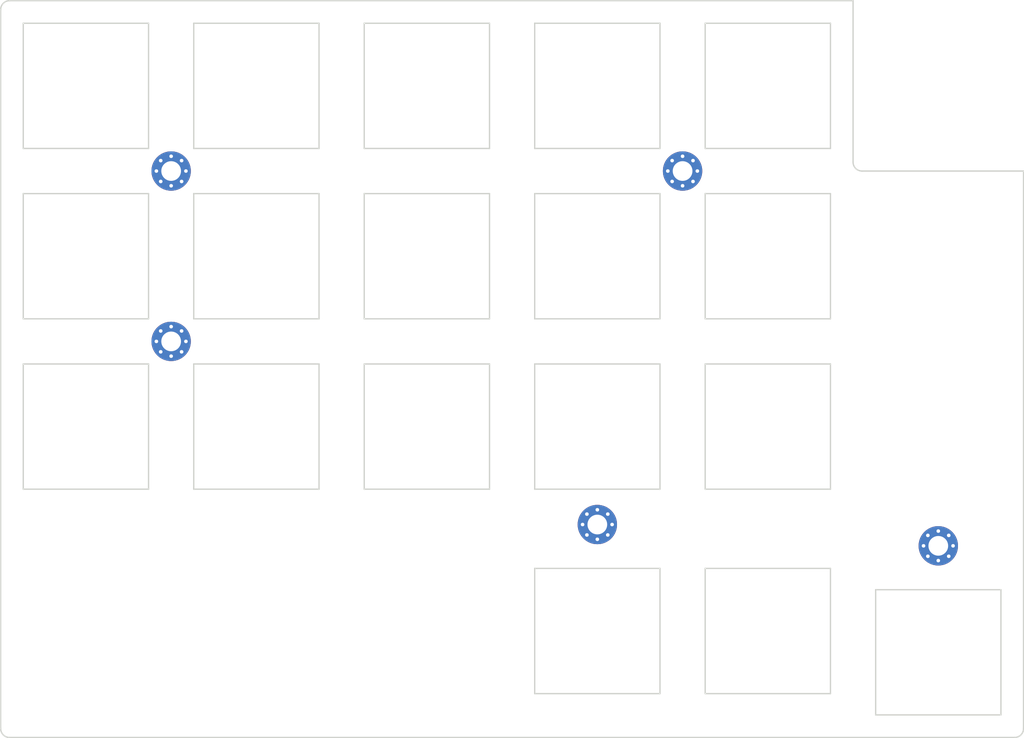
<source format=kicad_pcb>

            
(kicad_pcb (version 20171130) (host pcbnew 5.1.6)

  (page A3)
  (title_block
    (title atma-plate)
    (rev 1.0.0)
    (company sboysel)
  )

  (general
    (thickness 1.6)
  )

  (layers
    (0 F.Cu signal)
    (31 B.Cu signal)
    (32 B.Adhes user)
    (33 F.Adhes user)
    (34 B.Paste user)
    (35 F.Paste user)
    (36 B.SilkS user)
    (37 F.SilkS user)
    (38 B.Mask user)
    (39 F.Mask user)
    (40 Dwgs.User user)
    (41 Cmts.User user)
    (42 Eco1.User user)
    (43 Eco2.User user)
    (44 Edge.Cuts user)
    (45 Margin user)
    (46 B.CrtYd user)
    (47 F.CrtYd user)
    (48 B.Fab user)
    (49 F.Fab user)
  )

  (setup
    (last_trace_width 0.25)
    (trace_clearance 0.2)
    (zone_clearance 0.508)
    (zone_45_only no)
    (trace_min 0.2)
    (via_size 0.8)
    (via_drill 0.4)
    (via_min_size 0.4)
    (via_min_drill 0.3)
    (uvia_size 0.3)
    (uvia_drill 0.1)
    (uvias_allowed no)
    (uvia_min_size 0.2)
    (uvia_min_drill 0.1)
    (edge_width 0.05)
    (segment_width 0.2)
    (pcb_text_width 0.3)
    (pcb_text_size 1.5 1.5)
    (mod_edge_width 0.12)
    (mod_text_size 1 1)
    (mod_text_width 0.15)
    (pad_size 1.524 1.524)
    (pad_drill 0.762)
    (pad_to_mask_clearance 0.05)
    (aux_axis_origin 0 0)
    (visible_elements FFFFFF7F)
    (pcbplotparams
      (layerselection 0x010fc_ffffffff)
      (usegerberextensions false)
      (usegerberattributes true)
      (usegerberadvancedattributes true)
      (creategerberjobfile true)
      (excludeedgelayer true)
      (linewidth 0.100000)
      (plotframeref false)
      (viasonmask false)
      (mode 1)
      (useauxorigin false)
      (hpglpennumber 1)
      (hpglpenspeed 20)
      (hpglpendiameter 15.000000)
      (psnegative false)
      (psa4output false)
      (plotreference true)
      (plotvalue true)
      (plotinvisibletext false)
      (padsonsilk false)
      (subtractmaskfromsilk false)
      (outputformat 1)
      (mirror false)
      (drillshape 1)
      (scaleselection 1)
      (outputdirectory ""))
  )

            (net 0 "")
            
  (net_class Default "This is the default net class."
    (clearance 0.2)
    (trace_width 0.25)
    (via_dia 0.8)
    (via_drill 0.4)
    (uvia_dia 0.3)
    (uvia_drill 0.1)
    (add_net "")
  )

            
    (module "MountingHole_2.2mm_M2_Pad_Via" (version 20210722) (generator pcbnew) (layer "F.Cu")
      (tedit 56DDB9C7)
      (at 209.55 163.35375 0) 
    
      (fp_text reference "_1" (at 0 -3.2) (layer "F.SilkS") hide 
        (effects (font (size 1 1) (thickness 0.15)))
        (tstamp b68bb25c-687d-44b1-b966-dad4cac66b35)
      )
    
      (fp_circle (center 0 0) (end 2.45 0) (layer "F.CrtYd") (width 0.05) (fill none) (tstamp b2688462-c375-45d3-9095-3425fb17c88f))
      (pad "1" thru_hole circle locked (at 1.166726 1.166726) (size 0.7 0.7) (drill 0.4) (layers *.Cu *.Mask) (tstamp 2a7fc905-328f-4bbb-9222-ca8d15d03a86))
      (pad "1" thru_hole circle locked (at 0 0) (size 4.4 4.4) (drill 2.2) (layers *.Cu *.Mask) (tstamp 47ee1d53-0551-4b6d-bc24-3f3f14c73c36))
      (pad "1" thru_hole circle locked (at 0 1.65) (size 0.7 0.7) (drill 0.4) (layers *.Cu *.Mask) (tstamp 4eef65bc-4add-40d7-8319-14dcdbae0d44))
      (pad "1" thru_hole circle locked (at 1.166726 -1.166726) (size 0.7 0.7) (drill 0.4) (layers *.Cu *.Mask) (tstamp 56155f4d-2ebc-4ad4-8d82-7aa7846deba8))
      (pad "1" thru_hole circle locked (at -1.65 0) (size 0.7 0.7) (drill 0.4) (layers *.Cu *.Mask) (tstamp 787d6162-1d3c-4def-859e-6532ce27c1ef))
      (pad "1" thru_hole circle locked (at -1.166726 -1.166726) (size 0.7 0.7) (drill 0.4) (layers *.Cu *.Mask) (tstamp 8d699d12-7099-4814-bbe6-11bc74c6e8b2))
      (pad "1" thru_hole circle locked (at -1.166726 1.166726) (size 0.7 0.7) (drill 0.4) (layers *.Cu *.Mask) (tstamp 95ab0420-a56b-46ee-98ad-5072a1a93a6f))
      (pad "1" thru_hole circle locked (at 1.65 0) (size 0.7 0.7) (drill 0.4) (layers *.Cu *.Mask) (tstamp cde0acf2-b3b4-46de-9f6e-3ab519744000))
      (pad "1" thru_hole circle locked (at 0 -1.65) (size 0.7 0.7) (drill 0.4) (layers *.Cu *.Mask) (tstamp ff0de415-ae11-46fb-b780-c24aee621212))
    )

    (module "MountingHole_2.2mm_M2_Pad_Via" (version 20210722) (generator pcbnew) (layer "F.Cu")
      (tedit 56DDB9C7)
      (at 247.65 165.73499999999999 0) 
    
      (fp_text reference "_2" (at 0 -3.2) (layer "F.SilkS") hide 
        (effects (font (size 1 1) (thickness 0.15)))
        (tstamp b68bb25c-687d-44b1-b966-dad4cac66b35)
      )
    
      (fp_circle (center 0 0) (end 2.45 0) (layer "F.CrtYd") (width 0.05) (fill none) (tstamp b2688462-c375-45d3-9095-3425fb17c88f))
      (pad "1" thru_hole circle locked (at 1.166726 1.166726) (size 0.7 0.7) (drill 0.4) (layers *.Cu *.Mask) (tstamp 2a7fc905-328f-4bbb-9222-ca8d15d03a86))
      (pad "1" thru_hole circle locked (at 0 0) (size 4.4 4.4) (drill 2.2) (layers *.Cu *.Mask) (tstamp 47ee1d53-0551-4b6d-bc24-3f3f14c73c36))
      (pad "1" thru_hole circle locked (at 0 1.65) (size 0.7 0.7) (drill 0.4) (layers *.Cu *.Mask) (tstamp 4eef65bc-4add-40d7-8319-14dcdbae0d44))
      (pad "1" thru_hole circle locked (at 1.166726 -1.166726) (size 0.7 0.7) (drill 0.4) (layers *.Cu *.Mask) (tstamp 56155f4d-2ebc-4ad4-8d82-7aa7846deba8))
      (pad "1" thru_hole circle locked (at -1.65 0) (size 0.7 0.7) (drill 0.4) (layers *.Cu *.Mask) (tstamp 787d6162-1d3c-4def-859e-6532ce27c1ef))
      (pad "1" thru_hole circle locked (at -1.166726 -1.166726) (size 0.7 0.7) (drill 0.4) (layers *.Cu *.Mask) (tstamp 8d699d12-7099-4814-bbe6-11bc74c6e8b2))
      (pad "1" thru_hole circle locked (at -1.166726 1.166726) (size 0.7 0.7) (drill 0.4) (layers *.Cu *.Mask) (tstamp 95ab0420-a56b-46ee-98ad-5072a1a93a6f))
      (pad "1" thru_hole circle locked (at 1.65 0) (size 0.7 0.7) (drill 0.4) (layers *.Cu *.Mask) (tstamp cde0acf2-b3b4-46de-9f6e-3ab519744000))
      (pad "1" thru_hole circle locked (at 0 -1.65) (size 0.7 0.7) (drill 0.4) (layers *.Cu *.Mask) (tstamp ff0de415-ae11-46fb-b780-c24aee621212))
    )

    (module "MountingHole_2.2mm_M2_Pad_Via" (version 20210722) (generator pcbnew) (layer "F.Cu")
      (tedit 56DDB9C7)
      (at 161.925 123.82499999999999 0) 
    
      (fp_text reference "_3" (at 0 -3.2) (layer "F.SilkS") hide 
        (effects (font (size 1 1) (thickness 0.15)))
        (tstamp b68bb25c-687d-44b1-b966-dad4cac66b35)
      )
    
      (fp_circle (center 0 0) (end 2.45 0) (layer "F.CrtYd") (width 0.05) (fill none) (tstamp b2688462-c375-45d3-9095-3425fb17c88f))
      (pad "1" thru_hole circle locked (at 1.166726 1.166726) (size 0.7 0.7) (drill 0.4) (layers *.Cu *.Mask) (tstamp 2a7fc905-328f-4bbb-9222-ca8d15d03a86))
      (pad "1" thru_hole circle locked (at 0 0) (size 4.4 4.4) (drill 2.2) (layers *.Cu *.Mask) (tstamp 47ee1d53-0551-4b6d-bc24-3f3f14c73c36))
      (pad "1" thru_hole circle locked (at 0 1.65) (size 0.7 0.7) (drill 0.4) (layers *.Cu *.Mask) (tstamp 4eef65bc-4add-40d7-8319-14dcdbae0d44))
      (pad "1" thru_hole circle locked (at 1.166726 -1.166726) (size 0.7 0.7) (drill 0.4) (layers *.Cu *.Mask) (tstamp 56155f4d-2ebc-4ad4-8d82-7aa7846deba8))
      (pad "1" thru_hole circle locked (at -1.65 0) (size 0.7 0.7) (drill 0.4) (layers *.Cu *.Mask) (tstamp 787d6162-1d3c-4def-859e-6532ce27c1ef))
      (pad "1" thru_hole circle locked (at -1.166726 -1.166726) (size 0.7 0.7) (drill 0.4) (layers *.Cu *.Mask) (tstamp 8d699d12-7099-4814-bbe6-11bc74c6e8b2))
      (pad "1" thru_hole circle locked (at -1.166726 1.166726) (size 0.7 0.7) (drill 0.4) (layers *.Cu *.Mask) (tstamp 95ab0420-a56b-46ee-98ad-5072a1a93a6f))
      (pad "1" thru_hole circle locked (at 1.65 0) (size 0.7 0.7) (drill 0.4) (layers *.Cu *.Mask) (tstamp cde0acf2-b3b4-46de-9f6e-3ab519744000))
      (pad "1" thru_hole circle locked (at 0 -1.65) (size 0.7 0.7) (drill 0.4) (layers *.Cu *.Mask) (tstamp ff0de415-ae11-46fb-b780-c24aee621212))
    )

    (module "MountingHole_2.2mm_M2_Pad_Via" (version 20210722) (generator pcbnew) (layer "F.Cu")
      (tedit 56DDB9C7)
      (at 161.925 142.875 0) 
    
      (fp_text reference "_4" (at 0 -3.2) (layer "F.SilkS") hide 
        (effects (font (size 1 1) (thickness 0.15)))
        (tstamp b68bb25c-687d-44b1-b966-dad4cac66b35)
      )
    
      (fp_circle (center 0 0) (end 2.45 0) (layer "F.CrtYd") (width 0.05) (fill none) (tstamp b2688462-c375-45d3-9095-3425fb17c88f))
      (pad "1" thru_hole circle locked (at 1.166726 1.166726) (size 0.7 0.7) (drill 0.4) (layers *.Cu *.Mask) (tstamp 2a7fc905-328f-4bbb-9222-ca8d15d03a86))
      (pad "1" thru_hole circle locked (at 0 0) (size 4.4 4.4) (drill 2.2) (layers *.Cu *.Mask) (tstamp 47ee1d53-0551-4b6d-bc24-3f3f14c73c36))
      (pad "1" thru_hole circle locked (at 0 1.65) (size 0.7 0.7) (drill 0.4) (layers *.Cu *.Mask) (tstamp 4eef65bc-4add-40d7-8319-14dcdbae0d44))
      (pad "1" thru_hole circle locked (at 1.166726 -1.166726) (size 0.7 0.7) (drill 0.4) (layers *.Cu *.Mask) (tstamp 56155f4d-2ebc-4ad4-8d82-7aa7846deba8))
      (pad "1" thru_hole circle locked (at -1.65 0) (size 0.7 0.7) (drill 0.4) (layers *.Cu *.Mask) (tstamp 787d6162-1d3c-4def-859e-6532ce27c1ef))
      (pad "1" thru_hole circle locked (at -1.166726 -1.166726) (size 0.7 0.7) (drill 0.4) (layers *.Cu *.Mask) (tstamp 8d699d12-7099-4814-bbe6-11bc74c6e8b2))
      (pad "1" thru_hole circle locked (at -1.166726 1.166726) (size 0.7 0.7) (drill 0.4) (layers *.Cu *.Mask) (tstamp 95ab0420-a56b-46ee-98ad-5072a1a93a6f))
      (pad "1" thru_hole circle locked (at 1.65 0) (size 0.7 0.7) (drill 0.4) (layers *.Cu *.Mask) (tstamp cde0acf2-b3b4-46de-9f6e-3ab519744000))
      (pad "1" thru_hole circle locked (at 0 -1.65) (size 0.7 0.7) (drill 0.4) (layers *.Cu *.Mask) (tstamp ff0de415-ae11-46fb-b780-c24aee621212))
    )

    (module "MountingHole_2.2mm_M2_Pad_Via" (version 20210722) (generator pcbnew) (layer "F.Cu")
      (tedit 56DDB9C7)
      (at 219.07500000000002 123.82499999999999 0) 
    
      (fp_text reference "_5" (at 0 -3.2) (layer "F.SilkS") hide 
        (effects (font (size 1 1) (thickness 0.15)))
        (tstamp b68bb25c-687d-44b1-b966-dad4cac66b35)
      )
    
      (fp_circle (center 0 0) (end 2.45 0) (layer "F.CrtYd") (width 0.05) (fill none) (tstamp b2688462-c375-45d3-9095-3425fb17c88f))
      (pad "1" thru_hole circle locked (at 1.166726 1.166726) (size 0.7 0.7) (drill 0.4) (layers *.Cu *.Mask) (tstamp 2a7fc905-328f-4bbb-9222-ca8d15d03a86))
      (pad "1" thru_hole circle locked (at 0 0) (size 4.4 4.4) (drill 2.2) (layers *.Cu *.Mask) (tstamp 47ee1d53-0551-4b6d-bc24-3f3f14c73c36))
      (pad "1" thru_hole circle locked (at 0 1.65) (size 0.7 0.7) (drill 0.4) (layers *.Cu *.Mask) (tstamp 4eef65bc-4add-40d7-8319-14dcdbae0d44))
      (pad "1" thru_hole circle locked (at 1.166726 -1.166726) (size 0.7 0.7) (drill 0.4) (layers *.Cu *.Mask) (tstamp 56155f4d-2ebc-4ad4-8d82-7aa7846deba8))
      (pad "1" thru_hole circle locked (at -1.65 0) (size 0.7 0.7) (drill 0.4) (layers *.Cu *.Mask) (tstamp 787d6162-1d3c-4def-859e-6532ce27c1ef))
      (pad "1" thru_hole circle locked (at -1.166726 -1.166726) (size 0.7 0.7) (drill 0.4) (layers *.Cu *.Mask) (tstamp 8d699d12-7099-4814-bbe6-11bc74c6e8b2))
      (pad "1" thru_hole circle locked (at -1.166726 1.166726) (size 0.7 0.7) (drill 0.4) (layers *.Cu *.Mask) (tstamp 95ab0420-a56b-46ee-98ad-5072a1a93a6f))
      (pad "1" thru_hole circle locked (at 1.65 0) (size 0.7 0.7) (drill 0.4) (layers *.Cu *.Mask) (tstamp cde0acf2-b3b4-46de-9f6e-3ab519744000))
      (pad "1" thru_hole circle locked (at 0 -1.65) (size 0.7 0.7) (drill 0.4) (layers *.Cu *.Mask) (tstamp ff0de415-ae11-46fb-b780-c24aee621212))
    )
            (gr_line (start 142.875 186.16625) (end 142.875 105.77499999999999) (angle 90) (layer Edge.Cuts) (width 0.15))
(gr_line (start 143.875 104.77499999999999) (end 238.12500000000003 104.77499999999999) (angle 90) (layer Edge.Cuts) (width 0.15))
(gr_line (start 257.175 123.825) (end 257.175 186.16625) (angle 90) (layer Edge.Cuts) (width 0.15))
(gr_line (start 256.175 187.16625) (end 143.875 187.16625) (angle 90) (layer Edge.Cuts) (width 0.15))
(gr_arc (start 143.875 105.77499999999999) (end 143.875 104.77499999999999) (angle -90) (layer Edge.Cuts) (width 0.15))
(gr_arc (start 256.175 186.16625) (end 256.175 187.16625) (angle -90) (layer Edge.Cuts) (width 0.15))
(gr_arc (start 143.875 186.16625) (end 142.875 186.16625) (angle -90) (layer Edge.Cuts) (width 0.15))
(gr_line (start 145.4 159.4) (end 159.4 159.4) (angle 90) (layer Edge.Cuts) (width 0.15))
(gr_line (start 159.4 159.4) (end 159.4 145.4) (angle 90) (layer Edge.Cuts) (width 0.15))
(gr_line (start 159.4 145.4) (end 145.4 145.4) (angle 90) (layer Edge.Cuts) (width 0.15))
(gr_line (start 145.4 145.4) (end 145.4 159.4) (angle 90) (layer Edge.Cuts) (width 0.15))
(gr_line (start 145.4 140.35) (end 159.4 140.35) (angle 90) (layer Edge.Cuts) (width 0.15))
(gr_line (start 159.4 140.35) (end 159.4 126.35) (angle 90) (layer Edge.Cuts) (width 0.15))
(gr_line (start 159.4 126.35) (end 145.4 126.35) (angle 90) (layer Edge.Cuts) (width 0.15))
(gr_line (start 145.4 126.35) (end 145.4 140.35) (angle 90) (layer Edge.Cuts) (width 0.15))
(gr_line (start 145.4 121.3) (end 159.4 121.3) (angle 90) (layer Edge.Cuts) (width 0.15))
(gr_line (start 159.4 121.3) (end 159.4 107.3) (angle 90) (layer Edge.Cuts) (width 0.15))
(gr_line (start 159.4 107.3) (end 145.4 107.3) (angle 90) (layer Edge.Cuts) (width 0.15))
(gr_line (start 145.4 107.3) (end 145.4 121.3) (angle 90) (layer Edge.Cuts) (width 0.15))
(gr_line (start 164.45000000000002 159.4) (end 178.45000000000002 159.4) (angle 90) (layer Edge.Cuts) (width 0.15))
(gr_line (start 178.45000000000002 159.4) (end 178.45000000000002 145.4) (angle 90) (layer Edge.Cuts) (width 0.15))
(gr_line (start 178.45000000000002 145.4) (end 164.45000000000002 145.4) (angle 90) (layer Edge.Cuts) (width 0.15))
(gr_line (start 164.45000000000002 145.4) (end 164.45000000000002 159.4) (angle 90) (layer Edge.Cuts) (width 0.15))
(gr_line (start 164.45000000000002 140.35) (end 178.45000000000002 140.35) (angle 90) (layer Edge.Cuts) (width 0.15))
(gr_line (start 178.45000000000002 140.35) (end 178.45000000000002 126.35) (angle 90) (layer Edge.Cuts) (width 0.15))
(gr_line (start 178.45000000000002 126.35) (end 164.45000000000002 126.35) (angle 90) (layer Edge.Cuts) (width 0.15))
(gr_line (start 164.45000000000002 126.35) (end 164.45000000000002 140.35) (angle 90) (layer Edge.Cuts) (width 0.15))
(gr_line (start 164.45000000000002 121.3) (end 178.45000000000002 121.3) (angle 90) (layer Edge.Cuts) (width 0.15))
(gr_line (start 178.45000000000002 121.3) (end 178.45000000000002 107.3) (angle 90) (layer Edge.Cuts) (width 0.15))
(gr_line (start 178.45000000000002 107.3) (end 164.45000000000002 107.3) (angle 90) (layer Edge.Cuts) (width 0.15))
(gr_line (start 164.45000000000002 107.3) (end 164.45000000000002 121.3) (angle 90) (layer Edge.Cuts) (width 0.15))
(gr_line (start 183.5 159.4) (end 197.5 159.4) (angle 90) (layer Edge.Cuts) (width 0.15))
(gr_line (start 197.5 159.4) (end 197.5 145.4) (angle 90) (layer Edge.Cuts) (width 0.15))
(gr_line (start 197.5 145.4) (end 183.5 145.4) (angle 90) (layer Edge.Cuts) (width 0.15))
(gr_line (start 183.5 145.4) (end 183.5 159.4) (angle 90) (layer Edge.Cuts) (width 0.15))
(gr_line (start 183.5 140.35) (end 197.5 140.35) (angle 90) (layer Edge.Cuts) (width 0.15))
(gr_line (start 197.5 140.35) (end 197.5 126.35) (angle 90) (layer Edge.Cuts) (width 0.15))
(gr_line (start 197.5 126.35) (end 183.5 126.35) (angle 90) (layer Edge.Cuts) (width 0.15))
(gr_line (start 183.5 126.35) (end 183.5 140.35) (angle 90) (layer Edge.Cuts) (width 0.15))
(gr_line (start 183.5 121.3) (end 197.5 121.3) (angle 90) (layer Edge.Cuts) (width 0.15))
(gr_line (start 197.5 121.3) (end 197.5 107.3) (angle 90) (layer Edge.Cuts) (width 0.15))
(gr_line (start 197.5 107.3) (end 183.5 107.3) (angle 90) (layer Edge.Cuts) (width 0.15))
(gr_line (start 183.5 107.3) (end 183.5 121.3) (angle 90) (layer Edge.Cuts) (width 0.15))
(gr_line (start 202.55 159.4) (end 216.55 159.4) (angle 90) (layer Edge.Cuts) (width 0.15))
(gr_line (start 216.55 159.4) (end 216.55 145.4) (angle 90) (layer Edge.Cuts) (width 0.15))
(gr_line (start 216.55 145.4) (end 202.55 145.4) (angle 90) (layer Edge.Cuts) (width 0.15))
(gr_line (start 202.55 145.4) (end 202.55 159.4) (angle 90) (layer Edge.Cuts) (width 0.15))
(gr_line (start 202.55 140.35) (end 216.55 140.35) (angle 90) (layer Edge.Cuts) (width 0.15))
(gr_line (start 216.55 140.35) (end 216.55 126.35) (angle 90) (layer Edge.Cuts) (width 0.15))
(gr_line (start 216.55 126.35) (end 202.55 126.35) (angle 90) (layer Edge.Cuts) (width 0.15))
(gr_line (start 202.55 126.35) (end 202.55 140.35) (angle 90) (layer Edge.Cuts) (width 0.15))
(gr_line (start 202.55 121.3) (end 216.55 121.3) (angle 90) (layer Edge.Cuts) (width 0.15))
(gr_line (start 216.55 121.3) (end 216.55 107.3) (angle 90) (layer Edge.Cuts) (width 0.15))
(gr_line (start 216.55 107.3) (end 202.55 107.3) (angle 90) (layer Edge.Cuts) (width 0.15))
(gr_line (start 202.55 107.3) (end 202.55 121.3) (angle 90) (layer Edge.Cuts) (width 0.15))
(gr_line (start 221.60000000000002 159.4) (end 235.60000000000002 159.4) (angle 90) (layer Edge.Cuts) (width 0.15))
(gr_line (start 235.60000000000002 159.4) (end 235.60000000000002 145.4) (angle 90) (layer Edge.Cuts) (width 0.15))
(gr_line (start 235.60000000000002 145.4) (end 221.60000000000002 145.4) (angle 90) (layer Edge.Cuts) (width 0.15))
(gr_line (start 221.60000000000002 145.4) (end 221.60000000000002 159.4) (angle 90) (layer Edge.Cuts) (width 0.15))
(gr_line (start 221.60000000000002 140.35) (end 235.60000000000002 140.35) (angle 90) (layer Edge.Cuts) (width 0.15))
(gr_line (start 235.60000000000002 140.35) (end 235.60000000000002 126.35) (angle 90) (layer Edge.Cuts) (width 0.15))
(gr_line (start 235.60000000000002 126.35) (end 221.60000000000002 126.35) (angle 90) (layer Edge.Cuts) (width 0.15))
(gr_line (start 221.60000000000002 126.35) (end 221.60000000000002 140.35) (angle 90) (layer Edge.Cuts) (width 0.15))
(gr_line (start 221.60000000000002 121.3) (end 235.60000000000002 121.3) (angle 90) (layer Edge.Cuts) (width 0.15))
(gr_line (start 235.60000000000002 121.3) (end 235.60000000000002 107.3) (angle 90) (layer Edge.Cuts) (width 0.15))
(gr_line (start 235.60000000000002 107.3) (end 221.60000000000002 107.3) (angle 90) (layer Edge.Cuts) (width 0.15))
(gr_line (start 221.60000000000002 107.3) (end 221.60000000000002 121.3) (angle 90) (layer Edge.Cuts) (width 0.15))
(gr_line (start 202.55 182.26) (end 216.55 182.26) (angle 90) (layer Edge.Cuts) (width 0.15))
(gr_line (start 216.55 182.26) (end 216.55 168.26) (angle 90) (layer Edge.Cuts) (width 0.15))
(gr_line (start 216.55 168.26) (end 202.55 168.26) (angle 90) (layer Edge.Cuts) (width 0.15))
(gr_line (start 202.55 168.26) (end 202.55 182.26) (angle 90) (layer Edge.Cuts) (width 0.15))
(gr_line (start 221.60000000000002 182.26) (end 235.60000000000002 182.26) (angle 90) (layer Edge.Cuts) (width 0.15))
(gr_line (start 235.60000000000002 182.26) (end 235.60000000000002 168.26) (angle 90) (layer Edge.Cuts) (width 0.15))
(gr_line (start 235.60000000000002 168.26) (end 221.60000000000002 168.26) (angle 90) (layer Edge.Cuts) (width 0.15))
(gr_line (start 221.60000000000002 168.26) (end 221.60000000000002 182.26) (angle 90) (layer Edge.Cuts) (width 0.15))
(gr_line (start 240.65 184.64124999999999) (end 254.65 184.64124999999999) (angle 90) (layer Edge.Cuts) (width 0.15))
(gr_line (start 254.65 184.64124999999999) (end 254.65 170.64124999999999) (angle 90) (layer Edge.Cuts) (width 0.15))
(gr_line (start 254.65 170.64124999999999) (end 240.65 170.64124999999999) (angle 90) (layer Edge.Cuts) (width 0.15))
(gr_line (start 240.65 170.64124999999999) (end 240.65 184.64124999999999) (angle 90) (layer Edge.Cuts) (width 0.15))
(gr_line (start 238.12500000000003 104.77499999999999) (end 238.12500000000003 122.825) (angle 90) (layer Edge.Cuts) (width 0.15))
(gr_line (start 239.12500000000003 123.825) (end 257.175 123.825) (angle 90) (layer Edge.Cuts) (width 0.15))
(gr_arc (start 239.12500000000003 122.825) (end 238.12500000000003 122.825) (angle -90) (layer Edge.Cuts) (width 0.15))
            
)

        
</source>
